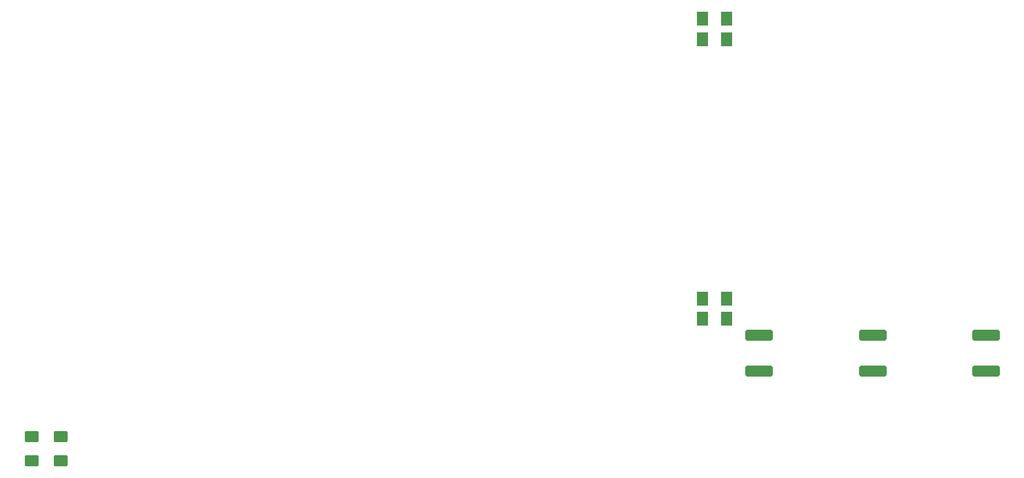
<source format=gbr>
%TF.GenerationSoftware,KiCad,Pcbnew,7.0.9*%
%TF.CreationDate,2024-01-13T22:18:07+01:00*%
%TF.ProjectId,HUB75HAT,48554237-3548-4415-942e-6b696361645f,rev?*%
%TF.SameCoordinates,Original*%
%TF.FileFunction,Paste,Top*%
%TF.FilePolarity,Positive*%
%FSLAX46Y46*%
G04 Gerber Fmt 4.6, Leading zero omitted, Abs format (unit mm)*
G04 Created by KiCad (PCBNEW 7.0.9) date 2024-01-13 22:18:07*
%MOMM*%
%LPD*%
G01*
G04 APERTURE LIST*
G04 Aperture macros list*
%AMRoundRect*
0 Rectangle with rounded corners*
0 $1 Rounding radius*
0 $2 $3 $4 $5 $6 $7 $8 $9 X,Y pos of 4 corners*
0 Add a 4 corners polygon primitive as box body*
4,1,4,$2,$3,$4,$5,$6,$7,$8,$9,$2,$3,0*
0 Add four circle primitives for the rounded corners*
1,1,$1+$1,$2,$3*
1,1,$1+$1,$4,$5*
1,1,$1+$1,$6,$7*
1,1,$1+$1,$8,$9*
0 Add four rect primitives between the rounded corners*
20,1,$1+$1,$2,$3,$4,$5,0*
20,1,$1+$1,$4,$5,$6,$7,0*
20,1,$1+$1,$6,$7,$8,$9,0*
20,1,$1+$1,$8,$9,$2,$3,0*%
G04 Aperture macros list end*
%ADD10RoundRect,0.250000X1.450000X-0.400000X1.450000X0.400000X-1.450000X0.400000X-1.450000X-0.400000X0*%
%ADD11RoundRect,0.250001X0.462499X0.624999X-0.462499X0.624999X-0.462499X-0.624999X0.462499X-0.624999X0*%
%ADD12RoundRect,0.250001X0.624999X-0.462499X0.624999X0.462499X-0.624999X0.462499X-0.624999X-0.462499X0*%
G04 APERTURE END LIST*
D10*
%TO.C,F7*%
X94446400Y22345600D03*
X94446400Y26795600D03*
%TD*%
D11*
%TO.C,D9*%
X90447500Y28848000D03*
X87472500Y28848000D03*
%TD*%
D12*
%TO.C,D1*%
X5140000Y11358500D03*
X5140000Y14333500D03*
%TD*%
D11*
%TO.C,D6*%
X90447500Y65678000D03*
X87472500Y65678000D03*
%TD*%
D12*
%TO.C,D2*%
X8696000Y11358500D03*
X8696000Y14333500D03*
%TD*%
D11*
%TO.C,D7*%
X90447500Y63138000D03*
X87472500Y63138000D03*
%TD*%
D10*
%TO.C,F5*%
X122234000Y22345600D03*
X122234000Y26795600D03*
%TD*%
%TO.C,F6*%
X108416400Y22345600D03*
X108416400Y26795600D03*
%TD*%
D11*
%TO.C,D8*%
X90447500Y31286400D03*
X87472500Y31286400D03*
%TD*%
M02*

</source>
